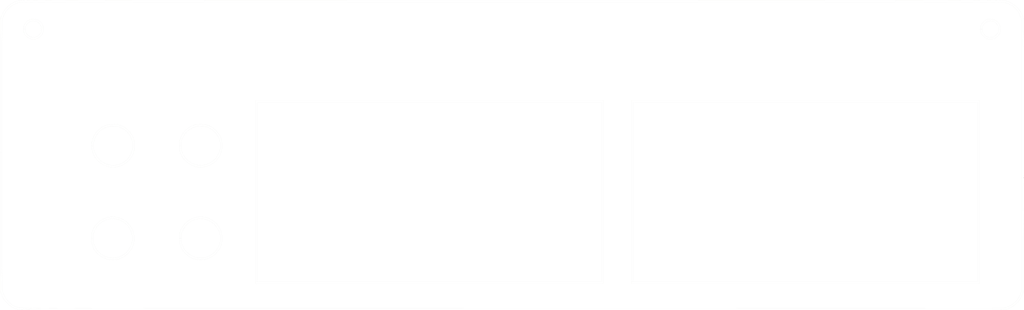
<source format=kicad_pcb>
(kicad_pcb (version 20171130) (host pcbnew 5.0.1)

  (general
    (thickness 1.6)
    (drawings 0)
    (tracks 0)
    (zones 0)
    (modules 1)
    (nets 1)
  )

  (page A4)
  (layers
    (0 F.Cu signal)
    (31 B.Cu signal)
    (32 B.Adhes user)
    (33 F.Adhes user)
    (34 B.Paste user)
    (35 F.Paste user)
    (36 B.SilkS user)
    (37 F.SilkS user)
    (38 B.Mask user)
    (39 F.Mask user)
    (40 Dwgs.User user)
    (41 Cmts.User user)
    (42 Eco1.User user)
    (43 Eco2.User user)
    (44 Edge.Cuts user)
    (45 Margin user)
    (46 B.CrtYd user)
    (47 F.CrtYd user)
    (48 B.Fab user)
    (49 F.Fab user)
  )

  (setup
    (last_trace_width 0.25)
    (trace_clearance 0.2)
    (zone_clearance 0.508)
    (zone_45_only no)
    (trace_min 0.2)
    (segment_width 0.2)
    (edge_width 0.15)
    (via_size 0.6)
    (via_drill 0.4)
    (via_min_size 0.4)
    (via_min_drill 0.3)
    (uvia_size 0.3)
    (uvia_drill 0.1)
    (uvias_allowed no)
    (uvia_min_size 0.2)
    (uvia_min_drill 0.1)
    (pcb_text_width 0.3)
    (pcb_text_size 1.5 1.5)
    (mod_edge_width 0.15)
    (mod_text_size 1 1)
    (mod_text_width 0.15)
    (pad_size 1.524 1.524)
    (pad_drill 0.762)
    (pad_to_mask_clearance 0.2)
    (solder_mask_min_width 0.25)
    (aux_axis_origin 0 0)
    (visible_elements FFFFFF7F)
    (pcbplotparams
      (layerselection 0x010f0_80000001)
      (usegerberextensions false)
      (usegerberattributes false)
      (usegerberadvancedattributes false)
      (creategerberjobfile false)
      (excludeedgelayer true)
      (linewidth 0.100000)
      (plotframeref false)
      (viasonmask false)
      (mode 1)
      (useauxorigin false)
      (hpglpennumber 1)
      (hpglpenspeed 20)
      (hpglpendiameter 15.000000)
      (psnegative false)
      (psa4output false)
      (plotreference true)
      (plotvalue true)
      (plotinvisibletext false)
      (padsonsilk false)
      (subtractmaskfromsilk false)
      (outputformat 1)
      (mirror false)
      (drillshape 1)
      (scaleselection 1)
      (outputdirectory "gerbers/"))
  )

  (net 0 "")

  (net_class Default "This is the default net class."
    (clearance 0.2)
    (trace_width 0.25)
    (via_dia 0.6)
    (via_drill 0.4)
    (uvia_dia 0.3)
    (uvia_drill 0.1)
  )

  (module LOGO (layer F.Cu) (tedit 0) (tstamp 0)
    (at 148.5 97)
    (fp_text reference G*** (at 0 0) (layer F.SilkS) hide
      (effects (font (size 1.524 1.524) (thickness 0.3)))
    )
    (fp_text value LOGO (at 0.75 0) (layer F.SilkS) hide
      (effects (font (size 1.524 1.524) (thickness 0.3)))
    )
    (fp_poly (pts (xy 7.429666 -33.189159) (xy 10.911536 -33.189145) (xy 14.311606 -33.189121) (xy 17.630832 -33.189088)
      (xy 20.870171 -33.189044) (xy 24.030576 -33.18899) (xy 27.113005 -33.188924) (xy 30.118413 -33.188846)
      (xy 33.047756 -33.188755) (xy 35.901988 -33.188651) (xy 38.682067 -33.188534) (xy 41.388948 -33.188402)
      (xy 44.023586 -33.188255) (xy 46.586937 -33.188093) (xy 49.079957 -33.187914) (xy 51.503601 -33.187719)
      (xy 53.858826 -33.187507) (xy 56.146586 -33.187277) (xy 58.367838 -33.187029) (xy 60.523538 -33.186762)
      (xy 62.61464 -33.186475) (xy 64.642101 -33.186169) (xy 66.606877 -33.185841) (xy 68.509923 -33.185493)
      (xy 70.352194 -33.185122) (xy 72.134647 -33.184729) (xy 73.858237 -33.184314) (xy 75.52392 -33.183875)
      (xy 77.132651 -33.183411) (xy 78.685387 -33.182923) (xy 80.183083 -33.18241) (xy 81.626695 -33.181871)
      (xy 83.017178 -33.181306) (xy 84.355487 -33.180713) (xy 85.64258 -33.180094) (xy 86.879411 -33.179446)
      (xy 88.066937 -33.178769) (xy 89.206112 -33.178063) (xy 90.297893 -33.177327) (xy 91.343235 -33.176561)
      (xy 92.343094 -33.175764) (xy 93.298426 -33.174935) (xy 94.210186 -33.174075) (xy 95.07933 -33.173181)
      (xy 95.906814 -33.172254) (xy 96.693593 -33.171294) (xy 97.440624 -33.170299) (xy 98.148861 -33.169269)
      (xy 98.819261 -33.168203) (xy 99.45278 -33.167101) (xy 100.050372 -33.165963) (xy 100.612994 -33.164787)
      (xy 101.141601 -33.163574) (xy 101.637149 -33.162322) (xy 102.100594 -33.16103) (xy 102.532891 -33.1597)
      (xy 102.934997 -33.158329) (xy 103.307866 -33.156917) (xy 103.652455 -33.155465) (xy 103.969719 -33.15397)
      (xy 104.260614 -33.152433) (xy 104.526096 -33.150852) (xy 104.76712 -33.149228) (xy 104.984642 -33.14756)
      (xy 105.179618 -33.145848) (xy 105.353003 -33.14409) (xy 105.505754 -33.142286) (xy 105.638825 -33.140435)
      (xy 105.753173 -33.138537) (xy 105.849753 -33.136592) (xy 105.92952 -33.134599) (xy 105.993432 -33.132557)
      (xy 106.042443 -33.130465) (xy 106.077508 -33.128324) (xy 106.099585 -33.126132) (xy 106.103328 -33.125551)
      (xy 106.753632 -32.970369) (xy 107.370613 -32.739303) (xy 107.948863 -32.436091) (xy 108.482971 -32.064474)
      (xy 108.967529 -31.628188) (xy 109.397127 -31.130973) (xy 109.749319 -30.605746) (xy 110.011319 -30.101113)
      (xy 110.209564 -29.581155) (xy 110.348973 -29.029259) (xy 110.434469 -28.428813) (xy 110.4501 -28.240135)
      (xy 110.453376 -28.153936) (xy 110.456479 -27.9903) (xy 110.45941 -27.748943) (xy 110.462168 -27.429579)
      (xy 110.464755 -27.031923) (xy 110.46717 -26.555689) (xy 110.469413 -26.000594) (xy 110.471486 -25.366351)
      (xy 110.473387 -24.652676) (xy 110.475119 -23.859283) (xy 110.47668 -22.985886) (xy 110.478071 -22.032202)
      (xy 110.479292 -20.997945) (xy 110.480344 -19.882829) (xy 110.481228 -18.68657) (xy 110.481942 -17.408882)
      (xy 110.482488 -16.049481) (xy 110.482866 -14.60808) (xy 110.483076 -13.084395) (xy 110.483118 -11.478141)
      (xy 110.482993 -9.789033) (xy 110.482701 -8.016785) (xy 110.482243 -6.161112) (xy 110.481618 -4.22173)
      (xy 110.480826 -2.198352) (xy 110.479869 -0.090694) (xy 110.47949 0.677334) (xy 110.478543 2.5381)
      (xy 110.477614 4.316095) (xy 110.476698 6.013216) (xy 110.475791 7.631358) (xy 110.474885 9.172418)
      (xy 110.473975 10.63829) (xy 110.473057 12.030871) (xy 110.472123 13.352058) (xy 110.47117 14.603746)
      (xy 110.47019 15.78783) (xy 110.469178 16.906208) (xy 110.468129 17.960775) (xy 110.467038 18.953426)
      (xy 110.465897 19.886059) (xy 110.464703 20.760568) (xy 110.463449 21.57885) (xy 110.462129 22.342801)
      (xy 110.460739 23.054316) (xy 110.459272 23.715292) (xy 110.457722 24.327625) (xy 110.456085 24.893211)
      (xy 110.454354 25.413945) (xy 110.452525 25.891723) (xy 110.45059 26.328442) (xy 110.448546 26.725998)
      (xy 110.446385 27.086286) (xy 110.444103 27.411202) (xy 110.441694 27.702643) (xy 110.439151 27.962504)
      (xy 110.436471 28.192682) (xy 110.433647 28.395072) (xy 110.430672 28.571569) (xy 110.427543 28.724072)
      (xy 110.424253 28.854474) (xy 110.420796 28.964672) (xy 110.417168 29.056563) (xy 110.413361 29.132041)
      (xy 110.409371 29.193004) (xy 110.405193 29.241346) (xy 110.400819 29.278964) (xy 110.396246 29.307755)
      (xy 110.394652 29.315834) (xy 110.218316 29.982801) (xy 109.977194 30.597217) (xy 109.668688 31.163986)
      (xy 109.290201 31.688011) (xy 108.925028 32.090028) (xy 108.42303 32.534306) (xy 107.879216 32.906245)
      (xy 107.297638 33.203724) (xy 106.682344 33.424624) (xy 106.135112 33.550725) (xy 106.079965 33.55298)
      (xy 105.941546 33.555196) (xy 105.721241 33.557373) (xy 105.420437 33.559509) (xy 105.040521 33.561606)
      (xy 104.58288 33.563664) (xy 104.048902 33.565682) (xy 103.439972 33.567661) (xy 102.757477 33.5696)
      (xy 102.002806 33.5715) (xy 101.177343 33.573361) (xy 100.282477 33.575183) (xy 99.319594 33.576965)
      (xy 98.290082 33.578708) (xy 97.195326 33.580412) (xy 96.036714 33.582077) (xy 94.815633 33.583702)
      (xy 93.533469 33.585289) (xy 92.19161 33.586837) (xy 90.791442 33.588345) (xy 89.334353 33.589815)
      (xy 87.821728 33.591246) (xy 86.254956 33.592638) (xy 84.635422 33.593992) (xy 82.964515 33.595306)
      (xy 81.24362 33.596582) (xy 79.474124 33.597819) (xy 77.657415 33.599018) (xy 75.794879 33.600178)
      (xy 73.887904 33.601299) (xy 71.937875 33.602382) (xy 69.94618 33.603426) (xy 67.914207 33.604432)
      (xy 65.843341 33.6054) (xy 63.734969 33.606329) (xy 61.590479 33.60722) (xy 59.411257 33.608073)
      (xy 57.198691 33.608887) (xy 54.954167 33.609663) (xy 52.679071 33.610401) (xy 50.374792 33.611101)
      (xy 48.042715 33.611763) (xy 45.684228 33.612387) (xy 43.300718 33.612973) (xy 40.893571 33.613521)
      (xy 38.464174 33.614031) (xy 36.013914 33.614503) (xy 33.544179 33.614937) (xy 31.056354 33.615333)
      (xy 28.551827 33.615692) (xy 26.031985 33.616013) (xy 23.498215 33.616296) (xy 20.951903 33.616542)
      (xy 18.394436 33.61675) (xy 15.827201 33.61692) (xy 13.251586 33.617053) (xy 10.668976 33.617149)
      (xy 8.08076 33.617207) (xy 5.488323 33.617227) (xy 2.893053 33.61721) (xy 0.296336 33.617156)
      (xy -2.30044 33.617065) (xy -4.895889 33.616936) (xy -7.488624 33.616771) (xy -10.077257 33.616568)
      (xy -12.660403 33.616328) (xy -15.236674 33.61605) (xy -17.804684 33.615736) (xy -20.363044 33.615385)
      (xy -22.91037 33.614997) (xy -25.445273 33.614572) (xy -27.966367 33.61411) (xy -30.472264 33.613611)
      (xy -32.961579 33.613075) (xy -35.432924 33.612503) (xy -37.884912 33.611894) (xy -40.316156 33.611248)
      (xy -42.72527 33.610566) (xy -45.110867 33.609846) (xy -47.471559 33.609091) (xy -49.805961 33.608299)
      (xy -52.112684 33.60747) (xy -54.390342 33.606605) (xy -56.637548 33.605703) (xy -58.852916 33.604766)
      (xy -61.035058 33.603791) (xy -63.182588 33.602781) (xy -65.294119 33.601734) (xy -67.368263 33.600651)
      (xy -69.403634 33.599532) (xy -71.398845 33.598377) (xy -73.35251 33.597185) (xy -75.26324 33.595958)
      (xy -77.12965 33.594695) (xy -78.950353 33.593395) (xy -80.723961 33.59206) (xy -82.449088 33.590689)
      (xy -84.124346 33.589282) (xy -85.74835 33.587839) (xy -87.319712 33.58636) (xy -88.837045 33.584846)
      (xy -90.298962 33.583296) (xy -91.704077 33.58171) (xy -93.051003 33.580089) (xy -94.338352 33.578432)
      (xy -95.564738 33.576739) (xy -96.728773 33.575011) (xy -97.829072 33.573248) (xy -98.864247 33.571449)
      (xy -99.832912 33.569615) (xy -100.733678 33.567746) (xy -101.565161 33.565841) (xy -102.325971 33.563901)
      (xy -103.014724 33.561925) (xy -103.630032 33.559915) (xy -104.170507 33.557869) (xy -104.634764 33.555789)
      (xy -105.021414 33.553673) (xy -105.329073 33.551522) (xy -105.556351 33.549337) (xy -105.701863 33.547116)
      (xy -105.764222 33.54486) (xy -105.765724 33.544653) (xy -106.390638 33.389201) (xy -106.993466 33.154206)
      (xy -107.566815 32.843503) (xy -108.103293 32.460931) (xy -108.45932 32.146276) (xy -108.906156 31.659868)
      (xy -109.281645 31.130138) (xy -109.587146 30.554598) (xy -109.824013 29.93076) (xy -109.968432 29.379334)
      (xy -109.973442 29.353867) (xy -109.978231 29.32404) (xy -109.982802 29.287957) (xy -109.987162 29.243725)
      (xy -109.991316 29.18945) (xy -109.995268 29.123238) (xy -109.999023 29.043195) (xy -110.002587 28.947427)
      (xy -110.005964 28.83404) (xy -110.00916 28.70114) (xy -110.012179 28.546834) (xy -110.015026 28.369227)
      (xy -110.017707 28.166425) (xy -110.020227 27.936535) (xy -110.022589 27.677662) (xy -110.024801 27.387913)
      (xy -110.026865 27.065393) (xy -110.028788 26.708209) (xy -110.030575 26.314466) (xy -110.03223 25.882271)
      (xy -110.033758 25.40973) (xy -110.035165 24.894949) (xy -110.036456 24.336033) (xy -110.037634 23.73109)
      (xy -110.038707 23.078224) (xy -110.039678 22.375543) (xy -110.040552 21.621152) (xy -110.041335 20.813156)
      (xy -110.042031 19.949663) (xy -110.042646 19.028778) (xy -110.043184 18.048608) (xy -110.043651 17.007258)
      (xy -110.044052 15.902834) (xy -110.04439 14.733443) (xy -110.044673 13.49719) (xy -110.044904 12.192182)
      (xy -110.045088 10.816524) (xy -110.045231 9.368323) (xy -110.045338 7.845685) (xy -110.045413 6.246715)
      (xy -110.045461 4.569521) (xy -110.045489 2.812207) (xy -110.045499 0.97288) (xy -110.0455 0.211667)
      (xy -110.045499 -0.428431) (xy -109.646205 -0.428431) (xy -109.646202 0.929573) (xy -109.646099 2.286154)
      (xy -109.645895 3.638624) (xy -109.64559 4.98429) (xy -109.645185 6.320464) (xy -109.644679 7.644454)
      (xy -109.644073 8.953571) (xy -109.643366 10.245123) (xy -109.642558 11.516422) (xy -109.64165 12.764776)
      (xy -109.640641 13.987495) (xy -109.639532 15.18189) (xy -109.638322 16.345269) (xy -109.637012 17.474943)
      (xy -109.635601 18.56822) (xy -109.634089 19.622412) (xy -109.632477 20.634828) (xy -109.630764 21.602776)
      (xy -109.62895 22.523568) (xy -109.627036 23.394513) (xy -109.625022 24.21292) (xy -109.622907 24.9761)
      (xy -109.620691 25.681361) (xy -109.618375 26.326014) (xy -109.615958 26.907369) (xy -109.61344 27.422735)
      (xy -109.610822 27.869421) (xy -109.608104 28.244738) (xy -109.605284 28.545996) (xy -109.602365 28.770504)
      (xy -109.599344 28.915571) (xy -109.596405 28.977167) (xy -109.479409 29.589061) (xy -109.28159 30.187051)
      (xy -109.157699 30.468155) (xy -108.952887 30.859446) (xy -108.732678 31.199874) (xy -108.47399 31.522891)
      (xy -108.297159 31.715518) (xy -107.838385 32.141971) (xy -107.345589 32.494257) (xy -106.811764 32.77626)
      (xy -106.229902 32.991867) (xy -105.791 33.105206) (xy -105.777212 33.107887) (xy -105.760147 33.110506)
      (xy -105.738824 33.113064) (xy -105.712264 33.11556) (xy -105.679486 33.117997) (xy -105.63951 33.120373)
      (xy -105.591355 33.122691) (xy -105.534043 33.124951) (xy -105.466592 33.127153) (xy -105.388022 33.129298)
      (xy -105.297354 33.131386) (xy -105.193607 33.133419) (xy -105.0758 33.135397) (xy -104.942954 33.137321)
      (xy -104.794088 33.139191) (xy -104.628223 33.141008) (xy -104.444378 33.142772) (xy -104.241573 33.144485)
      (xy -104.018828 33.146147) (xy -103.775162 33.147758) (xy -103.509596 33.14932) (xy -103.221149 33.150832)
      (xy -102.908841 33.152296) (xy -102.571692 33.153712) (xy -102.208722 33.155081) (xy -101.818951 33.156403)
      (xy -101.401397 33.15768) (xy -100.955082 33.158911) (xy -100.479026 33.160097) (xy -99.972247 33.16124)
      (xy -99.433765 33.16234) (xy -98.862601 33.163397) (xy -98.257775 33.164412) (xy -97.618306 33.165385)
      (xy -96.943214 33.166318) (xy -96.231518 33.167211) (xy -95.48224 33.168065) (xy -94.694397 33.16888)
      (xy -93.867011 33.169656) (xy -92.999102 33.170396) (xy -92.089688 33.171099) (xy -91.13779 33.171765)
      (xy -90.142428 33.172396) (xy -89.102621 33.172993) (xy -88.017389 33.173555) (xy -86.885753 33.174084)
      (xy -85.706731 33.17458) (xy -84.479345 33.175044) (xy -83.202612 33.175476) (xy -81.875555 33.175877)
      (xy -80.497191 33.176249) (xy -79.066542 33.17659) (xy -77.582626 33.176903) (xy -76.044464 33.177187)
      (xy -74.451076 33.177444) (xy -72.801481 33.177674) (xy -71.0947 33.177877) (xy -69.329751 33.178055)
      (xy -67.505655 33.178208) (xy -65.621432 33.178337) (xy -63.676101 33.178442) (xy -61.668683 33.178523)
      (xy -59.598197 33.178583) (xy -57.463663 33.17862) (xy -55.264101 33.178637) (xy -52.99853 33.178633)
      (xy -50.665971 33.178609) (xy -48.265443 33.178566) (xy -45.795966 33.178505) (xy -43.25656 33.178426)
      (xy -40.646245 33.17833) (xy -37.964041 33.178217) (xy -35.208967 33.178088) (xy -32.380043 33.177944)
      (xy -29.476289 33.177786) (xy -26.496726 33.177613) (xy -23.440372 33.177428) (xy -20.306247 33.177229)
      (xy -17.093372 33.177019) (xy -13.800766 33.176797) (xy -10.427449 33.176565) (xy -6.972441 33.176323)
      (xy -3.434762 33.176071) (xy 0.186569 33.175811) (xy 0.3175 33.175802) (xy 106.066167 33.168167)
      (xy 106.397644 33.073781) (xy 107.040488 32.850981) (xy 107.626834 32.565245) (xy 108.155672 32.217579)
      (xy 108.625995 31.808995) (xy 109.036796 31.3405) (xy 109.387066 30.813103) (xy 109.675798 30.227815)
      (xy 109.901983 29.585644) (xy 109.910211 29.557052) (xy 110.003167 29.231167) (xy 110.014658 0.402167)
      (xy 110.015456 -1.756836) (xy 110.016094 -3.833376) (xy 110.016574 -5.827364) (xy 110.016894 -7.738714)
      (xy 110.017056 -9.567337) (xy 110.01706 -11.313145) (xy 110.016904 -12.976051) (xy 110.016591 -14.555967)
      (xy 110.016118 -16.052805) (xy 110.015488 -17.466477) (xy 110.014699 -18.796896) (xy 110.013753 -20.043973)
      (xy 110.012648 -21.207621) (xy 110.011385 -22.287752) (xy 110.009965 -23.284277) (xy 110.008387 -24.197111)
      (xy 110.006651 -25.026163) (xy 110.004757 -25.771347) (xy 110.002707 -26.432576) (xy 110.000499 -27.00976)
      (xy 109.998133 -27.502812) (xy 109.995611 -27.911644) (xy 109.992931 -28.23617) (xy 109.990094 -28.4763)
      (xy 109.987101 -28.631946) (xy 109.983951 -28.703022) (xy 109.983663 -28.705241) (xy 109.868207 -29.232031)
      (xy 109.686134 -29.765659) (xy 109.448415 -30.279066) (xy 109.166016 -30.745191) (xy 109.144162 -30.776333)
      (xy 108.950478 -31.021348) (xy 108.709178 -31.284077) (xy 108.443883 -31.541469) (xy 108.178215 -31.770472)
      (xy 107.959292 -31.932601) (xy 107.572687 -32.1631) (xy 107.142167 -32.373504) (xy 106.70485 -32.546785)
      (xy 106.437741 -32.630561) (xy 106.023833 -32.744833) (xy -105.6005 -32.744833) (xy -106.009844 -32.631719)
      (xy -106.625218 -32.420539) (xy -107.195746 -32.141939) (xy -107.71715 -31.800784) (xy -108.185149 -31.401941)
      (xy -108.595466 -30.950274) (xy -108.94382 -30.450648) (xy -109.225934 -29.90793) (xy -109.437526 -29.326984)
      (xy -109.574319 -28.712676) (xy -109.596405 -28.553833) (xy -109.59952 -28.486117) (xy -109.602535 -28.336425)
      (xy -109.605449 -28.107446) (xy -109.608262 -27.801872) (xy -109.610975 -27.422392) (xy -109.613587 -26.971697)
      (xy -109.616099 -26.452477) (xy -109.61851 -25.867423) (xy -109.620821 -25.219224) (xy -109.623031 -24.510571)
      (xy -109.62514 -23.744154) (xy -109.627149 -22.922663) (xy -109.629057 -22.048789) (xy -109.630865 -21.125223)
      (xy -109.632572 -20.154653) (xy -109.634178 -19.139771) (xy -109.635684 -18.083267) (xy -109.637089 -16.987831)
      (xy -109.638394 -15.856153) (xy -109.639598 -14.690924) (xy -109.640702 -13.494833) (xy -109.641705 -12.270572)
      (xy -109.642607 -11.020831) (xy -109.643409 -9.748299) (xy -109.64411 -8.455667) (xy -109.644711 -7.145625)
      (xy -109.645211 -5.820864) (xy -109.64561 -4.484074) (xy -109.645909 -3.137945) (xy -109.646107 -1.785167)
      (xy -109.646205 -0.428431) (xy -110.045499 -0.428431) (xy -110.045495 -1.661087) (xy -110.045475 -3.451068)
      (xy -110.045435 -5.160171) (xy -110.045371 -6.790288) (xy -110.045278 -8.343315) (xy -110.04515 -9.821145)
      (xy -110.044983 -11.225672) (xy -110.044771 -12.55879) (xy -110.04451 -13.822392) (xy -110.044195 -15.018374)
      (xy -110.043819 -16.148628) (xy -110.04338 -17.215049) (xy -110.042871 -18.219531) (xy -110.042287 -19.163968)
      (xy -110.041624 -20.050253) (xy -110.040877 -20.88028) (xy -110.04004 -21.655944) (xy -110.039108 -22.379139)
      (xy -110.038077 -23.051758) (xy -110.036942 -23.675695) (xy -110.035696 -24.252845) (xy -110.034337 -24.7851)
      (xy -110.032858 -25.274356) (xy -110.031254 -25.722506) (xy -110.029521 -26.131444) (xy -110.027653 -26.503064)
      (xy -110.025646 -26.83926) (xy -110.023494 -27.141926) (xy -110.021193 -27.412956) (xy -110.018737 -27.654244)
      (xy -110.016121 -27.867683) (xy -110.013341 -28.055168) (xy -110.010392 -28.218593) (xy -110.007268 -28.359851)
      (xy -110.003964 -28.480837) (xy -110.000475 -28.583444) (xy -109.996798 -28.669567) (xy -109.992925 -28.741099)
      (xy -109.988853 -28.799934) (xy -109.984576 -28.847967) (xy -109.98009 -28.887091) (xy -109.975389 -28.9192)
      (xy -109.970469 -28.946188) (xy -109.968432 -28.956) (xy -109.795942 -29.597637) (xy -109.562629 -30.185453)
      (xy -109.262963 -30.729747) (xy -108.891414 -31.240815) (xy -108.521674 -31.649987) (xy -108.0239 -32.096876)
      (xy -107.486456 -32.46982) (xy -106.912099 -32.767383) (xy -106.303584 -32.988129) (xy -105.689275 -33.126531)
      (xy -105.669061 -33.128695) (xy -105.634768 -33.130808) (xy -105.585446 -33.132873) (xy -105.520146 -33.134889)
      (xy -105.437918 -33.136857) (xy -105.337812 -33.138778) (xy -105.218878 -33.140653) (xy -105.080167 -33.142481)
      (xy -104.920729 -33.144263) (xy -104.739613 -33.146) (xy -104.535872 -33.147693) (xy -104.308554 -33.149342)
      (xy -104.056709 -33.150948) (xy -103.779389 -33.15251) (xy -103.475643 -33.154031) (xy -103.144522 -33.155509)
      (xy -102.785076 -33.156947) (xy -102.396355 -33.158344) (xy -101.97741 -33.159701) (xy -101.52729 -33.161019)
      (xy -101.045046 -33.162297) (xy -100.529729 -33.163538) (xy -99.980388 -33.16474) (xy -99.396073 -33.165905)
      (xy -98.775836 -33.167034) (xy -98.118725 -33.168127) (xy -97.423793 -33.169184) (xy -96.690088 -33.170206)
      (xy -95.916661 -33.171194) (xy -95.102562 -33.172148) (xy -94.246842 -33.173068) (xy -93.34855 -33.173956)
      (xy -92.406738 -33.174812) (xy -91.420455 -33.175636) (xy -90.388751 -33.176429) (xy -89.310678 -33.177192)
      (xy -88.185284 -33.177925) (xy -87.01162 -33.178628) (xy -85.788738 -33.179303) (xy -84.515686 -33.179949)
      (xy -83.191515 -33.180568) (xy -81.815275 -33.18116) (xy -80.386017 -33.181725) (xy -78.902791 -33.182264)
      (xy -77.364647 -33.182778) (xy -75.770635 -33.183267) (xy -74.119807 -33.183731) (xy -72.41121 -33.184172)
      (xy -70.643897 -33.18459) (xy -68.816918 -33.184985) (xy -66.929322 -33.185358) (xy -64.98016 -33.18571)
      (xy -62.968482 -33.186041) (xy -60.893339 -33.186351) (xy -58.75378 -33.186641) (xy -56.548856 -33.186913)
      (xy -54.277617 -33.187165) (xy -51.939114 -33.1874) (xy -49.532397 -33.187617) (xy -47.056515 -33.187817)
      (xy -44.51052 -33.188001) (xy -41.893461 -33.188168) (xy -39.204389 -33.188321) (xy -36.442354 -33.188458)
      (xy -33.606406 -33.188582) (xy -30.695596 -33.188692) (xy -27.708974 -33.188789) (xy -24.645589 -33.188873)
      (xy -21.504493 -33.188945) (xy -18.284735 -33.189006) (xy -14.985366 -33.189057) (xy -11.605436 -33.189097)
      (xy -8.143996 -33.189127) (xy -4.600095 -33.189148) (xy -0.972783 -33.189161) (xy 0.216705 -33.189163)
      (xy 3.865041 -33.189165) (xy 7.429666 -33.189159)) (layer Edge.Cuts) (width 0.01))
    (fp_poly (pts (xy 19.854333 27.897667) (xy -55.033333 27.897667) (xy -55.033333 -11.176) (xy -54.61 -11.176)
      (xy -54.61 27.474334) (xy 19.431 27.474334) (xy 19.431 -11.176) (xy -54.61 -11.176)
      (xy -55.033333 -11.176) (xy -55.033333 -11.599333) (xy 19.854333 -11.599333) (xy 19.854333 27.897667)) (layer Edge.Cuts) (width 0.01))
    (fp_poly (pts (xy 100.838 27.897667) (xy 25.950333 27.897667) (xy 25.950333 -11.176) (xy 26.373667 -11.176)
      (xy 26.373667 27.474334) (xy 100.414667 27.474334) (xy 100.414667 -11.176) (xy 26.373667 -11.176)
      (xy 25.950333 -11.176) (xy 25.950333 -11.599333) (xy 100.838 -11.599333) (xy 100.838 27.897667)) (layer Edge.Cuts) (width 0.01))
    (fp_poly (pts (xy -85.493719 13.528581) (xy -85.266364 13.532186) (xy -85.089219 13.540537) (xy -84.945066 13.555024)
      (xy -84.816689 13.577034) (xy -84.68687 13.607955) (xy -84.637995 13.621116) (xy -84.033038 13.827463)
      (xy -83.477625 14.101478) (xy -82.966759 14.446071) (xy -82.495441 14.864151) (xy -82.485162 14.874517)
      (xy -82.064415 15.354733) (xy -81.72291 15.864663) (xy -81.460232 16.405326) (xy -81.275967 16.977741)
      (xy -81.169701 17.582928) (xy -81.140556 18.182167) (xy -81.186336 18.799656) (xy -81.31056 19.394198)
      (xy -81.508768 19.960027) (xy -81.776501 20.49138) (xy -82.109297 20.982492) (xy -82.502696 21.4276)
      (xy -82.952239 21.820939) (xy -83.453465 22.156746) (xy -84.001915 22.429257) (xy -84.582 22.629652)
      (xy -84.872384 22.691121) (xy -85.218547 22.735007) (xy -85.593218 22.760207) (xy -85.969131 22.765619)
      (xy -86.319015 22.750142) (xy -86.615603 22.712674) (xy -86.619303 22.711978) (xy -87.219615 22.55692)
      (xy -87.783244 22.329185) (xy -88.305439 22.034507) (xy -88.781449 21.678624) (xy -89.206522 21.267271)
      (xy -89.575907 20.806185) (xy -89.884852 20.301102) (xy -90.128606 19.757758) (xy -90.302418 19.18189)
      (xy -90.401535 18.579233) (xy -90.422553 18.148313) (xy -89.984387 18.148313) (xy -89.971525 18.510457)
      (xy -89.938459 18.849881) (xy -89.885421 19.140406) (xy -89.882221 19.153291) (xy -89.778334 19.487464)
      (xy -89.63375 19.845292) (xy -89.463358 20.194367) (xy -89.282045 20.502282) (xy -89.222681 20.588881)
      (xy -89.079491 20.768676) (xy -88.892949 20.974673) (xy -88.683631 21.186536) (xy -88.47211 21.383933)
      (xy -88.278961 21.54653) (xy -88.180333 21.619004) (xy -87.740246 21.877068) (xy -87.254088 22.091663)
      (xy -86.755278 22.248477) (xy -86.656333 22.271781) (xy -86.332477 22.321627) (xy -85.958555 22.343617)
      (xy -85.563224 22.338666) (xy -85.175146 22.307688) (xy -84.822979 22.251598) (xy -84.6455 22.207636)
      (xy -84.082811 22.002522) (xy -83.570302 21.733989) (xy -83.110323 21.408479) (xy -82.705222 21.032432)
      (xy -82.357347 20.612291) (xy -82.069046 20.154496) (xy -81.842668 19.665489) (xy -81.680562 19.151712)
      (xy -81.585075 18.619605) (xy -81.558557 18.075611) (xy -81.603355 17.526171) (xy -81.721818 16.977726)
      (xy -81.916294 16.436718) (xy -82.189132 15.909587) (xy -82.290767 15.748827) (xy -82.625986 15.316539)
      (xy -83.02634 14.929147) (xy -83.481262 14.593641) (xy -83.980182 14.317005) (xy -84.512532 14.106227)
      (xy -84.950187 13.990786) (xy -85.189014 13.955644) (xy -85.481495 13.933937) (xy -85.797629 13.926067)
      (xy -86.10741 13.93244) (xy -86.380837 13.953458) (xy -86.496745 13.969968) (xy -87.075946 14.11241)
      (xy -87.618086 14.328592) (xy -88.118362 14.613973) (xy -88.571973 14.964014) (xy -88.974118 15.374173)
      (xy -89.319993 15.839912) (xy -89.604798 16.356689) (xy -89.823731 16.919964) (xy -89.899464 17.187334)
      (xy -89.948586 17.460574) (xy -89.976818 17.789626) (xy -89.984387 18.148313) (xy -90.422553 18.148313)
      (xy -90.424 18.118667) (xy -90.383168 17.505734) (xy -90.263598 16.914517) (xy -90.069678 16.350659)
      (xy -89.805796 15.819801) (xy -89.476343 15.327588) (xy -89.085705 14.87966) (xy -88.638271 14.481661)
      (xy -88.138431 14.139233) (xy -87.590572 13.858018) (xy -86.999083 13.64366) (xy -86.927624 13.623317)
      (xy -86.794535 13.589463) (xy -86.664932 13.564731) (xy -86.521713 13.547695) (xy -86.347778 13.53693)
      (xy -86.126023 13.531009) (xy -85.839347 13.528507) (xy -85.7885 13.528334) (xy -85.493719 13.528581)) (layer Edge.Cuts) (width 0.01))
    (fp_poly (pts (xy -66.653833 13.516505) (xy -66.24965 13.538034) (xy -65.902894 13.580043) (xy -65.587576 13.648522)
      (xy -65.277704 13.749466) (xy -64.94729 13.888866) (xy -64.858221 13.930527) (xy -64.313287 14.234708)
      (xy -63.818396 14.602976) (xy -63.378816 15.029002) (xy -62.999818 15.50646) (xy -62.68667 16.029022)
      (xy -62.444643 16.59036) (xy -62.329526 16.966954) (xy -62.257251 17.327576) (xy -62.210667 17.73398)
      (xy -62.191631 18.152697) (xy -62.201999 18.550262) (xy -62.227898 18.799087) (xy -62.357437 19.400338)
      (xy -62.562873 19.972018) (xy -62.838785 20.508138) (xy -63.179754 21.002708) (xy -63.580358 21.449738)
      (xy -64.035179 21.843239) (xy -64.538796 22.177221) (xy -65.085788 22.445694) (xy -65.670737 22.642669)
      (xy -65.716776 22.654593) (xy -66.008082 22.709927) (xy -66.354334 22.746398) (xy -66.728352 22.76351)
      (xy -67.102958 22.760768) (xy -67.450975 22.737675) (xy -67.745223 22.693737) (xy -67.7545 22.691754)
      (xy -68.364199 22.518537) (xy -68.933851 22.274166) (xy -69.458671 21.963505) (xy -69.933871 21.591418)
      (xy -70.354666 21.162769) (xy -70.716269 20.682423) (xy -71.013892 20.155244) (xy -71.24275 19.586097)
      (xy -71.395919 18.991161) (xy -71.431227 18.733086) (xy -71.452709 18.422068) (xy -71.45931 18.118667)
      (xy -71.014066 18.118667) (xy -71.012689 18.405049) (xy -71.007349 18.625861) (xy -70.99636 18.80017)
      (xy -70.978038 18.94704) (xy -70.950701 19.085539) (xy -70.916848 19.219334) (xy -70.72605 19.768007)
      (xy -70.462563 20.283714) (xy -70.133293 20.758706) (xy -69.745149 21.185234) (xy -69.305038 21.555547)
      (xy -68.819868 21.861897) (xy -68.380355 22.064988) (xy -67.856546 22.2276) (xy -67.301888 22.323709)
      (xy -66.738104 22.351455) (xy -66.186918 22.308981) (xy -65.971125 22.271148) (xy -65.410017 22.114045)
      (xy -64.887194 21.885979) (xy -64.407022 21.593466) (xy -63.973866 21.243017) (xy -63.592093 20.841149)
      (xy -63.266069 20.394374) (xy -63.000159 19.909207) (xy -62.798731 19.392161) (xy -62.66615 18.849751)
      (xy -62.606782 18.288491) (xy -62.624993 17.714894) (xy -62.677046 17.356519) (xy -62.827874 16.783017)
      (xy -63.053986 16.24264) (xy -63.350378 15.741977) (xy -63.712044 15.287616) (xy -64.133979 14.886145)
      (xy -64.611177 14.544151) (xy -64.9605 14.350991) (xy -65.507857 14.126665) (xy -66.070138 13.982636)
      (xy -66.639603 13.917626) (xy -67.208508 13.930355) (xy -67.769111 14.019545) (xy -68.313669 14.183917)
      (xy -68.834441 14.422193) (xy -69.323685 14.733093) (xy -69.773657 15.115338) (xy -69.810884 15.152116)
      (xy -70.206665 15.606794) (xy -70.532584 16.109175) (xy -70.788158 16.658435) (xy -70.916253 17.039935)
      (xy -70.953022 17.176877) (xy -70.979375 17.305818) (xy -70.996985 17.445191) (xy -71.007522 17.613425)
      (xy -71.012658 17.828954) (xy -71.014064 18.110209) (xy -71.014066 18.118667) (xy -71.45931 18.118667)
      (xy -71.459961 18.08876) (xy -71.452579 17.763814) (xy -71.430157 17.477885) (xy -71.41714 17.382885)
      (xy -71.28066 16.79136) (xy -71.067463 16.227154) (xy -70.782958 15.696986) (xy -70.432552 15.207576)
      (xy -70.021652 14.765644) (xy -69.555665 14.37791) (xy -69.039998 14.051094) (xy -68.549688 13.819334)
      (xy -68.174476 13.684696) (xy -67.809538 13.591353) (xy -67.430834 13.535467) (xy -67.014324 13.513196)
      (xy -66.653833 13.516505)) (layer Edge.Cuts) (width 0.01))
    (fp_poly (pts (xy -85.640333 -6.451926) (xy -85.362914 -6.449248) (xy -85.14873 -6.44239) (xy -84.976376 -6.429172)
      (xy -84.824442 -6.407413) (xy -84.671524 -6.374933) (xy -84.530954 -6.338923) (xy -83.944277 -6.140045)
      (xy -83.394082 -5.870411) (xy -82.886685 -5.535938) (xy -82.428402 -5.142545) (xy -82.025551 -4.69615)
      (xy -81.684449 -4.202671) (xy -81.411412 -3.668026) (xy -81.266842 -3.280833) (xy -81.182838 -3.004427)
      (xy -81.123114 -2.766212) (xy -81.083967 -2.540268) (xy -81.061696 -2.300677) (xy -81.052596 -2.02152)
      (xy -81.052142 -1.778) (xy -81.05576 -1.503285) (xy -81.064497 -1.289882) (xy -81.080815 -1.114477)
      (xy -81.10718 -0.953757) (xy -81.146053 -0.784408) (xy -81.164738 -0.712489) (xy -81.369085 -0.094666)
      (xy -81.639869 0.47124) (xy -81.976017 0.983903) (xy -82.376454 1.441996) (xy -82.840104 1.844194)
      (xy -83.365893 2.189169) (xy -83.6295 2.328858) (xy -84.204065 2.573082) (xy -84.775757 2.734945)
      (xy -85.353235 2.815963) (xy -85.945154 2.817652) (xy -86.254167 2.788608) (xy -86.438673 2.758405)
      (xy -86.662007 2.711532) (xy -86.882307 2.65696) (xy -86.929137 2.643981) (xy -87.509247 2.437424)
      (xy -88.045463 2.163546) (xy -88.534222 1.828718) (xy -88.971959 1.439313) (xy -89.355108 1.001702)
      (xy -89.680105 0.522257) (xy -89.943385 0.007349) (xy -90.141384 -0.53665) (xy -90.270536 -1.103367)
      (xy -90.327276 -1.686432) (xy -90.32362 -1.799166) (xy -89.88904 -1.799166) (xy -89.853426 -1.2208)
      (xy -89.747541 -0.682616) (xy -89.567741 -0.172556) (xy -89.310383 0.321437) (xy -89.19266 0.50571)
      (xy -88.826599 0.97864) (xy -88.408686 1.388233) (xy -87.945851 1.731822) (xy -87.445026 2.006745)
      (xy -86.913139 2.210334) (xy -86.357121 2.339925) (xy -85.783903 2.392853) (xy -85.200414 2.366452)
      (xy -84.627126 2.261507) (xy -84.075355 2.080192) (xy -83.565304 1.829775) (xy -83.100911 1.516922)
      (xy -82.686114 1.1483) (xy -82.324851 0.730575) (xy -82.02106 0.270415) (xy -81.778678 -0.225514)
      (xy -81.601644 -0.750545) (xy -81.493896 -1.298012) (xy -81.45937 -1.861248) (xy -81.502006 -2.433587)
      (xy -81.590622 -2.879153) (xy -81.759996 -3.409878) (xy -81.987795 -3.891152) (xy -82.282165 -4.336958)
      (xy -82.651253 -4.761279) (xy -82.737175 -4.847166) (xy -83.196719 -5.240717) (xy -83.690758 -5.557131)
      (xy -84.21707 -5.795564) (xy -84.773434 -5.955172) (xy -85.357631 -6.035109) (xy -85.873167 -6.039842)
      (xy -86.468237 -5.971846) (xy -87.033121 -5.82733) (xy -87.562855 -5.610597) (xy -88.052476 -5.32595)
      (xy -88.49702 -4.977692) (xy -88.891525 -4.570124) (xy -89.231027 -4.10755) (xy -89.510563 -3.594273)
      (xy -89.72517 -3.034594) (xy -89.837078 -2.6035) (xy -89.857878 -2.4601) (xy -89.874631 -2.259072)
      (xy -89.885592 -2.027426) (xy -89.88904 -1.799166) (xy -90.32362 -1.799166) (xy -90.308041 -2.279472)
      (xy -90.209264 -2.876117) (xy -90.148083 -3.109543) (xy -89.938871 -3.683129) (xy -89.657307 -4.221764)
      (xy -89.309976 -4.718554) (xy -88.903461 -5.166606) (xy -88.444347 -5.559027) (xy -87.939217 -5.888922)
      (xy -87.394656 -6.149399) (xy -87.164333 -6.233589) (xy -86.907318 -6.315268) (xy -86.684092 -6.37437)
      (xy -86.471275 -6.414246) (xy -86.245485 -6.438243) (xy -85.983342 -6.449713) (xy -85.661467 -6.452005)
      (xy -85.640333 -6.451926)) (layer Edge.Cuts) (width 0.01))
    (fp_poly (pts (xy -65.988788 -6.394718) (xy -65.38995 -6.244989) (xy -64.822301 -6.0174) (xy -64.289639 -5.713677)
      (xy -63.795758 -5.335546) (xy -63.491781 -5.044907) (xy -63.077795 -4.559348) (xy -62.744059 -4.047578)
      (xy -62.4898 -3.507545) (xy -62.314243 -2.937197) (xy -62.216614 -2.33448) (xy -62.196141 -1.697343)
      (xy -62.19897 -1.615143) (xy -62.251389 -1.058745) (xy -62.364321 -0.542005) (xy -62.544125 -0.039502)
      (xy -62.651846 0.195518) (xy -62.959997 0.733686) (xy -63.33161 1.221939) (xy -63.759958 1.654941)
      (xy -64.238316 2.027352) (xy -64.759959 2.333833) (xy -65.31816 2.569048) (xy -65.819291 2.709602)
      (xy -66.124059 2.761819) (xy -66.468337 2.797482) (xy -66.821388 2.815015) (xy -67.152475 2.812841)
      (xy -67.415833 2.791471) (xy -68.014453 2.669523) (xy -68.58746 2.471391) (xy -69.127997 2.202723)
      (xy -69.629209 1.869168) (xy -70.08424 1.476375) (xy -70.486234 1.029994) (xy -70.828337 0.535673)
      (xy -71.103692 -0.00094) (xy -71.240357 -0.359833) (xy -71.378814 -0.895787) (xy -71.452691 -1.461258)
      (xy -71.458938 -1.842223) (xy -71.01193 -1.842223) (xy -71.011827 -1.799166) (xy -71.010077 -1.519289)
      (xy -71.005546 -1.305952) (xy -70.996368 -1.141034) (xy -70.980681 -1.006414) (xy -70.956619 -0.883969)
      (xy -70.92232 -0.75558) (xy -70.895205 -0.665402) (xy -70.678702 -0.096769) (xy -70.394985 0.426285)
      (xy -70.048869 0.898751) (xy -69.645168 1.315619) (xy -69.188694 1.671877) (xy -68.684261 1.962516)
      (xy -68.169253 2.171877) (xy -67.944641 2.240302) (xy -67.709815 2.301935) (xy -67.498952 2.348228)
      (xy -67.394667 2.365554) (xy -67.09477 2.38906) (xy -66.750777 2.390002) (xy -66.399776 2.369844)
      (xy -66.078856 2.330051) (xy -65.96847 2.309231) (xy -65.391816 2.144891) (xy -64.855245 1.90802)
      (xy -64.363224 1.602901) (xy -63.920219 1.233815) (xy -63.530697 0.805042) (xy -63.199126 0.320864)
      (xy -62.929971 -0.214438) (xy -62.727701 -0.796582) (xy -62.727612 -0.796906) (xy -62.691708 -0.941131)
      (xy -62.666411 -1.084999) (xy -62.649984 -1.248006) (xy -62.640687 -1.44965) (xy -62.636782 -1.709426)
      (xy -62.636363 -1.820333) (xy -62.637499 -2.100508) (xy -62.643295 -2.316375) (xy -62.655591 -2.488247)
      (xy -62.676225 -2.636436) (xy -62.707035 -2.781254) (xy -62.732165 -2.878666) (xy -62.927668 -3.44627)
      (xy -63.195242 -3.975195) (xy -63.529781 -4.45901) (xy -63.92618 -4.891284) (xy -64.379332 -5.265584)
      (xy -64.865536 -5.565735) (xy -65.401265 -5.801553) (xy -65.960083 -5.959313) (xy -66.532705 -6.038805)
      (xy -67.109843 -6.039818) (xy -67.682209 -5.962142) (xy -68.240516 -5.805566) (xy -68.614204 -5.650702)
      (xy -69.146638 -5.354468) (xy -69.618528 -4.999167) (xy -70.029291 -4.585508) (xy -70.378343 -4.114197)
      (xy -70.665103 -3.585943) (xy -70.888988 -3.001453) (xy -70.941651 -2.823052) (xy -70.970257 -2.69849)
      (xy -70.990518 -2.553731) (xy -71.003505 -2.37317) (xy -71.010285 -2.141202) (xy -71.01193 -1.842223)
      (xy -71.458938 -1.842223) (xy -71.462133 -2.037041) (xy -71.407281 -2.60393) (xy -71.288279 -3.142722)
      (xy -71.218084 -3.359132) (xy -70.967904 -3.936551) (xy -70.652685 -4.46496) (xy -70.278241 -4.940438)
      (xy -69.850385 -5.359062) (xy -69.374931 -5.71691) (xy -68.857694 -6.010057) (xy -68.304486 -6.234583)
      (xy -67.721123 -6.386564) (xy -67.113416 -6.462077) (xy -66.615019 -6.46486) (xy -65.988788 -6.394718)) (layer Edge.Cuts) (width 0.01))
    (fp_poly (pts (xy -102.473442 -29.069288) (xy -102.18632 -29.002867) (xy -101.802841 -28.837564) (xy -101.463961 -28.60582)
      (xy -101.176383 -28.316906) (xy -100.946812 -27.980096) (xy -100.78195 -27.604661) (xy -100.688502 -27.199873)
      (xy -100.669169 -26.904522) (xy -100.70874 -26.481234) (xy -100.826434 -26.090033) (xy -101.022949 -25.729252)
      (xy -101.29898 -25.397229) (xy -101.301086 -25.395111) (xy -101.630493 -25.119663) (xy -101.995743 -24.914325)
      (xy -102.386234 -24.782483) (xy -102.791363 -24.727522) (xy -103.200528 -24.752826) (xy -103.272167 -24.765841)
      (xy -103.661569 -24.885238) (xy -104.022335 -25.076546) (xy -104.343807 -25.329761) (xy -104.615325 -25.634879)
      (xy -104.826233 -25.981895) (xy -104.964107 -26.35398) (xy -105.031327 -26.770973) (xy -105.0241 -27.009552)
      (xy -104.597765 -27.009552) (xy -104.58311 -26.620891) (xy -104.497635 -26.275206) (xy -104.338279 -25.964708)
      (xy -104.101979 -25.681606) (xy -104.059957 -25.641255) (xy -103.749445 -25.404313) (xy -103.410658 -25.244402)
      (xy -103.051483 -25.1636) (xy -102.679809 -25.163986) (xy -102.42698 -25.210893) (xy -102.058567 -25.347296)
      (xy -101.74177 -25.550728) (xy -101.47767 -25.820287) (xy -101.267349 -26.15507) (xy -101.247998 -26.194879)
      (xy -101.186397 -26.331481) (xy -101.147041 -26.445088) (xy -101.125003 -26.562345) (xy -101.115354 -26.709895)
      (xy -101.113169 -26.914384) (xy -101.113167 -26.924) (xy -101.115143 -27.131138) (xy -101.124377 -27.280337)
      (xy -101.145828 -27.398293) (xy -101.184455 -27.511704) (xy -101.245216 -27.647264) (xy -101.248998 -27.655259)
      (xy -101.444414 -27.979828) (xy -101.687406 -28.242944) (xy -101.967916 -28.444474) (xy -102.275889 -28.584284)
      (xy -102.601264 -28.662241) (xy -102.933985 -28.678211) (xy -103.263994 -28.632061) (xy -103.581234 -28.523657)
      (xy -103.875646 -28.352866) (xy -104.137173 -28.119555) (xy -104.355757 -27.823589) (xy -104.424124 -27.69739)
      (xy -104.505045 -27.522714) (xy -104.554566 -27.377574) (xy -104.582058 -27.224859) (xy -104.596889 -27.027454)
      (xy -104.597765 -27.009552) (xy -105.0241 -27.009552) (xy -105.0189 -27.181182) (xy -104.931814 -27.5755)
      (xy -104.775058 -27.944821) (xy -104.55362 -28.280038) (xy -104.272488 -28.572044) (xy -103.93665 -28.811733)
      (xy -103.551094 -28.989999) (xy -103.513062 -29.003075) (xy -103.189959 -29.076101) (xy -102.832375 -29.09817)
      (xy -102.473442 -29.069288)) (layer Edge.Cuts) (width 0.01))
    (fp_poly (pts (xy 103.536754 -29.081688) (xy 103.937692 -28.984454) (xy 104.2035 -28.874049) (xy 104.566664 -28.652895)
      (xy 104.868818 -28.380899) (xy 105.108458 -28.067449) (xy 105.284082 -27.721931) (xy 105.394185 -27.353731)
      (xy 105.437265 -26.972238) (xy 105.411818 -26.586836) (xy 105.316341 -26.206914) (xy 105.149331 -25.841857)
      (xy 104.909283 -25.501053) (xy 104.768036 -25.349192) (xy 104.45312 -25.095701) (xy 104.093968 -24.905128)
      (xy 103.705796 -24.781749) (xy 103.303823 -24.729838) (xy 102.903265 -24.753671) (xy 102.754521 -24.783494)
      (xy 102.357393 -24.920314) (xy 102.003011 -25.122821) (xy 101.69693 -25.381967) (xy 101.444705 -25.688701)
      (xy 101.251893 -26.033974) (xy 101.124046 -26.408735) (xy 101.066722 -26.803936) (xy 101.071398 -26.905329)
      (xy 101.484091 -26.905329) (xy 101.510528 -26.640901) (xy 101.618678 -26.265269) (xy 101.791341 -25.934599)
      (xy 102.019857 -25.654551) (xy 102.295569 -25.430783) (xy 102.609817 -25.268955) (xy 102.953944 -25.174727)
      (xy 103.319291 -25.153756) (xy 103.697189 -25.211701) (xy 104.050901 -25.345728) (xy 104.360713 -25.54826)
      (xy 104.619697 -25.811632) (xy 104.820926 -26.128184) (xy 104.957473 -26.490251) (xy 104.992056 -26.644072)
      (xy 105.016552 -26.996151) (xy 104.964915 -27.336899) (xy 104.845634 -27.657766) (xy 104.667198 -27.950199)
      (xy 104.438094 -28.205647) (xy 104.166812 -28.415558) (xy 103.861839 -28.571382) (xy 103.531664 -28.664567)
      (xy 103.184775 -28.686561) (xy 102.986417 -28.6646) (xy 102.624886 -28.562194) (xy 102.30059 -28.394057)
      (xy 102.020571 -28.169843) (xy 101.79187 -27.899209) (xy 101.621529 -27.591808) (xy 101.516589 -27.257296)
      (xy 101.484091 -26.905329) (xy 101.071398 -26.905329) (xy 101.085475 -27.210526) (xy 101.129125 -27.431379)
      (xy 101.2714 -27.835772) (xy 101.47635 -28.1917) (xy 101.735306 -28.495094) (xy 102.039599 -28.741888)
      (xy 102.38056 -28.928012) (xy 102.749519 -29.049399) (xy 103.137807 -29.10198) (xy 103.536754 -29.081688)) (layer Edge.Cuts) (width 0.01))
  )

)

</source>
